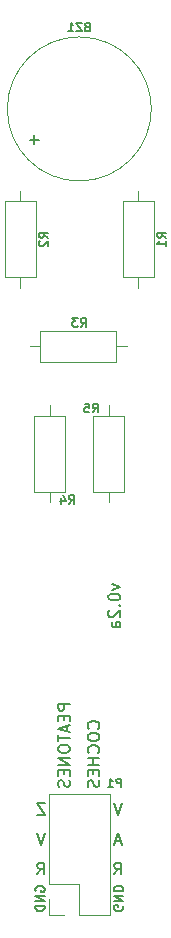
<source format=gbo>
G04 #@! TF.FileFunction,Legend,Bot*
%FSLAX46Y46*%
G04 Gerber Fmt 4.6, Leading zero omitted, Abs format (unit mm)*
G04 Created by KiCad (PCBNEW 4.0.6-e0-6349~53~ubuntu16.04.1) date Tue May  9 17:32:04 2017*
%MOMM*%
%LPD*%
G01*
G04 APERTURE LIST*
%ADD10C,0.100000*%
%ADD11C,0.200000*%
%ADD12C,0.187500*%
%ADD13C,0.120000*%
%ADD14C,0.150000*%
G04 APERTURE END LIST*
D10*
D11*
X10785714Y28880952D02*
X11452381Y28642857D01*
X10785714Y28404761D01*
X10452381Y27833333D02*
X10452381Y27738094D01*
X10500000Y27642856D01*
X10547619Y27595237D01*
X10642857Y27547618D01*
X10833333Y27499999D01*
X11071429Y27499999D01*
X11261905Y27547618D01*
X11357143Y27595237D01*
X11404762Y27642856D01*
X11452381Y27738094D01*
X11452381Y27833333D01*
X11404762Y27928571D01*
X11357143Y27976190D01*
X11261905Y28023809D01*
X11071429Y28071428D01*
X10833333Y28071428D01*
X10642857Y28023809D01*
X10547619Y27976190D01*
X10500000Y27928571D01*
X10452381Y27833333D01*
X11357143Y27071428D02*
X11404762Y27023809D01*
X11452381Y27071428D01*
X11404762Y27119047D01*
X11357143Y27071428D01*
X11452381Y27071428D01*
X10547619Y26642857D02*
X10500000Y26595238D01*
X10452381Y26500000D01*
X10452381Y26261904D01*
X10500000Y26166666D01*
X10547619Y26119047D01*
X10642857Y26071428D01*
X10738095Y26071428D01*
X10880952Y26119047D01*
X11452381Y26690476D01*
X11452381Y26071428D01*
X11452381Y25214285D02*
X10928571Y25214285D01*
X10833333Y25261904D01*
X10785714Y25357142D01*
X10785714Y25547619D01*
X10833333Y25642857D01*
X11404762Y25214285D02*
X11452381Y25309523D01*
X11452381Y25547619D01*
X11404762Y25642857D01*
X11309524Y25690476D01*
X11214286Y25690476D01*
X11119048Y25642857D01*
X11071429Y25547619D01*
X11071429Y25309523D01*
X11023810Y25214285D01*
D12*
X4300000Y2859523D02*
X4261905Y2935714D01*
X4261905Y3049999D01*
X4300000Y3164285D01*
X4376190Y3240476D01*
X4452381Y3278571D01*
X4604762Y3316666D01*
X4719048Y3316666D01*
X4871429Y3278571D01*
X4947619Y3240476D01*
X5023810Y3164285D01*
X5061905Y3049999D01*
X5061905Y2973809D01*
X5023810Y2859523D01*
X4985714Y2821428D01*
X4719048Y2821428D01*
X4719048Y2973809D01*
X5061905Y2478571D02*
X4261905Y2478571D01*
X5061905Y2021428D01*
X4261905Y2021428D01*
X5061905Y1640476D02*
X4261905Y1640476D01*
X4261905Y1450000D01*
X4300000Y1335714D01*
X4376190Y1259523D01*
X4452381Y1221428D01*
X4604762Y1183333D01*
X4719048Y1183333D01*
X4871429Y1221428D01*
X4947619Y1259523D01*
X5023810Y1335714D01*
X5061905Y1450000D01*
X5061905Y1640476D01*
X11700000Y1640477D02*
X11738095Y1564286D01*
X11738095Y1450001D01*
X11700000Y1335715D01*
X11623810Y1259524D01*
X11547619Y1221429D01*
X11395238Y1183334D01*
X11280952Y1183334D01*
X11128571Y1221429D01*
X11052381Y1259524D01*
X10976190Y1335715D01*
X10938095Y1450001D01*
X10938095Y1526191D01*
X10976190Y1640477D01*
X11014286Y1678572D01*
X11280952Y1678572D01*
X11280952Y1526191D01*
X10938095Y2021429D02*
X11738095Y2021429D01*
X10938095Y2478572D01*
X11738095Y2478572D01*
X10938095Y2859524D02*
X11738095Y2859524D01*
X11738095Y3050000D01*
X11700000Y3164286D01*
X11623810Y3240477D01*
X11547619Y3278572D01*
X11395238Y3316667D01*
X11280952Y3316667D01*
X11128571Y3278572D01*
X11052381Y3240477D01*
X10976190Y3164286D01*
X10938095Y3050000D01*
X10938095Y2859524D01*
X10940476Y4297619D02*
X11273810Y4773810D01*
X11511905Y4297619D02*
X11511905Y5297619D01*
X11130952Y5297619D01*
X11035714Y5250000D01*
X10988095Y5202381D01*
X10940476Y5107143D01*
X10940476Y4964286D01*
X10988095Y4869048D01*
X11035714Y4821429D01*
X11130952Y4773810D01*
X11511905Y4773810D01*
X4440476Y4297619D02*
X4773810Y4773810D01*
X5011905Y4297619D02*
X5011905Y5297619D01*
X4630952Y5297619D01*
X4535714Y5250000D01*
X4488095Y5202381D01*
X4440476Y5107143D01*
X4440476Y4964286D01*
X4488095Y4869048D01*
X4535714Y4821429D01*
X4630952Y4773810D01*
X5011905Y4773810D01*
X11488095Y7083333D02*
X11011904Y7083333D01*
X11583333Y6797619D02*
X11250000Y7797619D01*
X10916666Y6797619D01*
X5083333Y7797619D02*
X4750000Y6797619D01*
X4416666Y7797619D01*
X11583333Y10297619D02*
X11250000Y9297619D01*
X10916666Y10297619D01*
X9607143Y16642857D02*
X9654762Y16690476D01*
X9702381Y16833333D01*
X9702381Y16928571D01*
X9654762Y17071429D01*
X9559524Y17166667D01*
X9464286Y17214286D01*
X9273810Y17261905D01*
X9130952Y17261905D01*
X8940476Y17214286D01*
X8845238Y17166667D01*
X8750000Y17071429D01*
X8702381Y16928571D01*
X8702381Y16833333D01*
X8750000Y16690476D01*
X8797619Y16642857D01*
X8702381Y16023810D02*
X8702381Y15833333D01*
X8750000Y15738095D01*
X8845238Y15642857D01*
X9035714Y15595238D01*
X9369048Y15595238D01*
X9559524Y15642857D01*
X9654762Y15738095D01*
X9702381Y15833333D01*
X9702381Y16023810D01*
X9654762Y16119048D01*
X9559524Y16214286D01*
X9369048Y16261905D01*
X9035714Y16261905D01*
X8845238Y16214286D01*
X8750000Y16119048D01*
X8702381Y16023810D01*
X9607143Y14595238D02*
X9654762Y14642857D01*
X9702381Y14785714D01*
X9702381Y14880952D01*
X9654762Y15023810D01*
X9559524Y15119048D01*
X9464286Y15166667D01*
X9273810Y15214286D01*
X9130952Y15214286D01*
X8940476Y15166667D01*
X8845238Y15119048D01*
X8750000Y15023810D01*
X8702381Y14880952D01*
X8702381Y14785714D01*
X8750000Y14642857D01*
X8797619Y14595238D01*
X9702381Y14166667D02*
X8702381Y14166667D01*
X9178571Y14166667D02*
X9178571Y13595238D01*
X9702381Y13595238D02*
X8702381Y13595238D01*
X9178571Y13119048D02*
X9178571Y12785714D01*
X9702381Y12642857D02*
X9702381Y13119048D01*
X8702381Y13119048D01*
X8702381Y12642857D01*
X9654762Y12261905D02*
X9702381Y12119048D01*
X9702381Y11880952D01*
X9654762Y11785714D01*
X9607143Y11738095D01*
X9511905Y11690476D01*
X9416667Y11690476D01*
X9321429Y11738095D01*
X9273810Y11785714D01*
X9226190Y11880952D01*
X9178571Y12071429D01*
X9130952Y12166667D01*
X9083333Y12214286D01*
X8988095Y12261905D01*
X8892857Y12261905D01*
X8797619Y12214286D01*
X8750000Y12166667D01*
X8702381Y12071429D01*
X8702381Y11833333D01*
X8750000Y11690476D01*
X7202381Y18738096D02*
X6202381Y18738096D01*
X6202381Y18357143D01*
X6250000Y18261905D01*
X6297619Y18214286D01*
X6392857Y18166667D01*
X6535714Y18166667D01*
X6630952Y18214286D01*
X6678571Y18261905D01*
X6726190Y18357143D01*
X6726190Y18738096D01*
X6678571Y17738096D02*
X6678571Y17404762D01*
X7202381Y17261905D02*
X7202381Y17738096D01*
X6202381Y17738096D01*
X6202381Y17261905D01*
X6916667Y16880953D02*
X6916667Y16404762D01*
X7202381Y16976191D02*
X6202381Y16642858D01*
X7202381Y16309524D01*
X6202381Y16119048D02*
X6202381Y15547619D01*
X7202381Y15833334D02*
X6202381Y15833334D01*
X6202381Y15023810D02*
X6202381Y14833333D01*
X6250000Y14738095D01*
X6345238Y14642857D01*
X6535714Y14595238D01*
X6869048Y14595238D01*
X7059524Y14642857D01*
X7154762Y14738095D01*
X7202381Y14833333D01*
X7202381Y15023810D01*
X7154762Y15119048D01*
X7059524Y15214286D01*
X6869048Y15261905D01*
X6535714Y15261905D01*
X6345238Y15214286D01*
X6250000Y15119048D01*
X6202381Y15023810D01*
X7202381Y14166667D02*
X6202381Y14166667D01*
X7202381Y13595238D01*
X6202381Y13595238D01*
X6678571Y13119048D02*
X6678571Y12785714D01*
X7202381Y12642857D02*
X7202381Y13119048D01*
X6202381Y13119048D01*
X6202381Y12642857D01*
X7154762Y12261905D02*
X7202381Y12119048D01*
X7202381Y11880952D01*
X7154762Y11785714D01*
X7107143Y11738095D01*
X7011905Y11690476D01*
X6916667Y11690476D01*
X6821429Y11738095D01*
X6773810Y11785714D01*
X6726190Y11880952D01*
X6678571Y12071429D01*
X6630952Y12166667D01*
X6583333Y12214286D01*
X6488095Y12261905D01*
X6392857Y12261905D01*
X6297619Y12214286D01*
X6250000Y12166667D01*
X6202381Y12071429D01*
X6202381Y11833333D01*
X6250000Y11690476D01*
X5083333Y10297619D02*
X4416666Y10297619D01*
X5083333Y9297619D01*
X4416666Y9297619D01*
D13*
X5400000Y3460000D02*
X5400000Y11140000D01*
X5400000Y11140000D02*
X10600000Y11140000D01*
X10600000Y11140000D02*
X10600000Y860000D01*
X10600000Y860000D02*
X8000000Y860000D01*
X8000000Y860000D02*
X8000000Y3460000D01*
X8000000Y3460000D02*
X5400000Y3460000D01*
X5400000Y2190000D02*
X5400000Y860000D01*
X5400000Y860000D02*
X6730000Y860000D01*
X14310000Y54870000D02*
X11690000Y54870000D01*
X11690000Y54870000D02*
X11690000Y61290000D01*
X11690000Y61290000D02*
X14310000Y61290000D01*
X14310000Y61290000D02*
X14310000Y54870000D01*
X13000000Y53980000D02*
X13000000Y54870000D01*
X13000000Y62180000D02*
X13000000Y61290000D01*
X4310000Y54870000D02*
X1690000Y54870000D01*
X1690000Y54870000D02*
X1690000Y61290000D01*
X1690000Y61290000D02*
X4310000Y61290000D01*
X4310000Y61290000D02*
X4310000Y54870000D01*
X3000000Y53980000D02*
X3000000Y54870000D01*
X3000000Y62180000D02*
X3000000Y61290000D01*
X11130000Y50310000D02*
X11130000Y47690000D01*
X11130000Y47690000D02*
X4710000Y47690000D01*
X4710000Y47690000D02*
X4710000Y50310000D01*
X4710000Y50310000D02*
X11130000Y50310000D01*
X12020000Y49000000D02*
X11130000Y49000000D01*
X3820000Y49000000D02*
X4710000Y49000000D01*
X4190000Y43130000D02*
X6810000Y43130000D01*
X6810000Y43130000D02*
X6810000Y36710000D01*
X6810000Y36710000D02*
X4190000Y36710000D01*
X4190000Y36710000D02*
X4190000Y43130000D01*
X5500000Y44020000D02*
X5500000Y43130000D01*
X5500000Y35820000D02*
X5500000Y36710000D01*
X11810000Y36710000D02*
X9190000Y36710000D01*
X9190000Y36710000D02*
X9190000Y43130000D01*
X9190000Y43130000D02*
X11810000Y43130000D01*
X11810000Y43130000D02*
X11810000Y36710000D01*
X10500000Y35820000D02*
X10500000Y36710000D01*
X10500000Y44020000D02*
X10500000Y43130000D01*
X14100000Y69100000D02*
G75*
G03X14100000Y69100000I-6100000J0D01*
G01*
D14*
X11553572Y11660714D02*
X11553572Y12410714D01*
X11267857Y12410714D01*
X11196429Y12375000D01*
X11160714Y12339286D01*
X11125000Y12267857D01*
X11125000Y12160714D01*
X11160714Y12089286D01*
X11196429Y12053571D01*
X11267857Y12017857D01*
X11553572Y12017857D01*
X10410714Y11660714D02*
X10839286Y11660714D01*
X10625000Y11660714D02*
X10625000Y12410714D01*
X10696429Y12303571D01*
X10767857Y12232143D01*
X10839286Y12196429D01*
X15339286Y58205000D02*
X14982143Y58455000D01*
X15339286Y58633572D02*
X14589286Y58633572D01*
X14589286Y58347857D01*
X14625000Y58276429D01*
X14660714Y58240714D01*
X14732143Y58205000D01*
X14839286Y58205000D01*
X14910714Y58240714D01*
X14946429Y58276429D01*
X14982143Y58347857D01*
X14982143Y58633572D01*
X15339286Y57490714D02*
X15339286Y57919286D01*
X15339286Y57705000D02*
X14589286Y57705000D01*
X14696429Y57776429D01*
X14767857Y57847857D01*
X14803571Y57919286D01*
X5339286Y58205000D02*
X4982143Y58455000D01*
X5339286Y58633572D02*
X4589286Y58633572D01*
X4589286Y58347857D01*
X4625000Y58276429D01*
X4660714Y58240714D01*
X4732143Y58205000D01*
X4839286Y58205000D01*
X4910714Y58240714D01*
X4946429Y58276429D01*
X4982143Y58347857D01*
X4982143Y58633572D01*
X4660714Y57919286D02*
X4625000Y57883572D01*
X4589286Y57812143D01*
X4589286Y57633572D01*
X4625000Y57562143D01*
X4660714Y57526429D01*
X4732143Y57490714D01*
X4803571Y57490714D01*
X4910714Y57526429D01*
X5339286Y57955000D01*
X5339286Y57490714D01*
X8125000Y50660714D02*
X8375000Y51017857D01*
X8553572Y50660714D02*
X8553572Y51410714D01*
X8267857Y51410714D01*
X8196429Y51375000D01*
X8160714Y51339286D01*
X8125000Y51267857D01*
X8125000Y51160714D01*
X8160714Y51089286D01*
X8196429Y51053571D01*
X8267857Y51017857D01*
X8553572Y51017857D01*
X7875000Y51410714D02*
X7410714Y51410714D01*
X7660714Y51125000D01*
X7553572Y51125000D01*
X7482143Y51089286D01*
X7446429Y51053571D01*
X7410714Y50982143D01*
X7410714Y50803571D01*
X7446429Y50732143D01*
X7482143Y50696429D01*
X7553572Y50660714D01*
X7767857Y50660714D01*
X7839286Y50696429D01*
X7875000Y50732143D01*
X7125000Y35660714D02*
X7375000Y36017857D01*
X7553572Y35660714D02*
X7553572Y36410714D01*
X7267857Y36410714D01*
X7196429Y36375000D01*
X7160714Y36339286D01*
X7125000Y36267857D01*
X7125000Y36160714D01*
X7160714Y36089286D01*
X7196429Y36053571D01*
X7267857Y36017857D01*
X7553572Y36017857D01*
X6482143Y36160714D02*
X6482143Y35660714D01*
X6660714Y36446429D02*
X6839286Y35910714D01*
X6375000Y35910714D01*
X9125000Y43410714D02*
X9375000Y43767857D01*
X9553572Y43410714D02*
X9553572Y44160714D01*
X9267857Y44160714D01*
X9196429Y44125000D01*
X9160714Y44089286D01*
X9125000Y44017857D01*
X9125000Y43910714D01*
X9160714Y43839286D01*
X9196429Y43803571D01*
X9267857Y43767857D01*
X9553572Y43767857D01*
X8446429Y44160714D02*
X8803572Y44160714D01*
X8839286Y43803571D01*
X8803572Y43839286D01*
X8732143Y43875000D01*
X8553572Y43875000D01*
X8482143Y43839286D01*
X8446429Y43803571D01*
X8410714Y43732143D01*
X8410714Y43553571D01*
X8446429Y43482143D01*
X8482143Y43446429D01*
X8553572Y43410714D01*
X8732143Y43410714D01*
X8803572Y43446429D01*
X8839286Y43482143D01*
X8660715Y76053571D02*
X8553572Y76017857D01*
X8517857Y75982143D01*
X8482143Y75910714D01*
X8482143Y75803571D01*
X8517857Y75732143D01*
X8553572Y75696429D01*
X8625000Y75660714D01*
X8910715Y75660714D01*
X8910715Y76410714D01*
X8660715Y76410714D01*
X8589286Y76375000D01*
X8553572Y76339286D01*
X8517857Y76267857D01*
X8517857Y76196429D01*
X8553572Y76125000D01*
X8589286Y76089286D01*
X8660715Y76053571D01*
X8910715Y76053571D01*
X8232143Y76410714D02*
X7732143Y76410714D01*
X8232143Y75660714D01*
X7732143Y75660714D01*
X7053571Y75660714D02*
X7482143Y75660714D01*
X7267857Y75660714D02*
X7267857Y76410714D01*
X7339286Y76303571D01*
X7410714Y76232143D01*
X7482143Y76196429D01*
X4570952Y66488571D02*
X3809047Y66488571D01*
X4189999Y66107619D02*
X4189999Y66869524D01*
M02*

</source>
